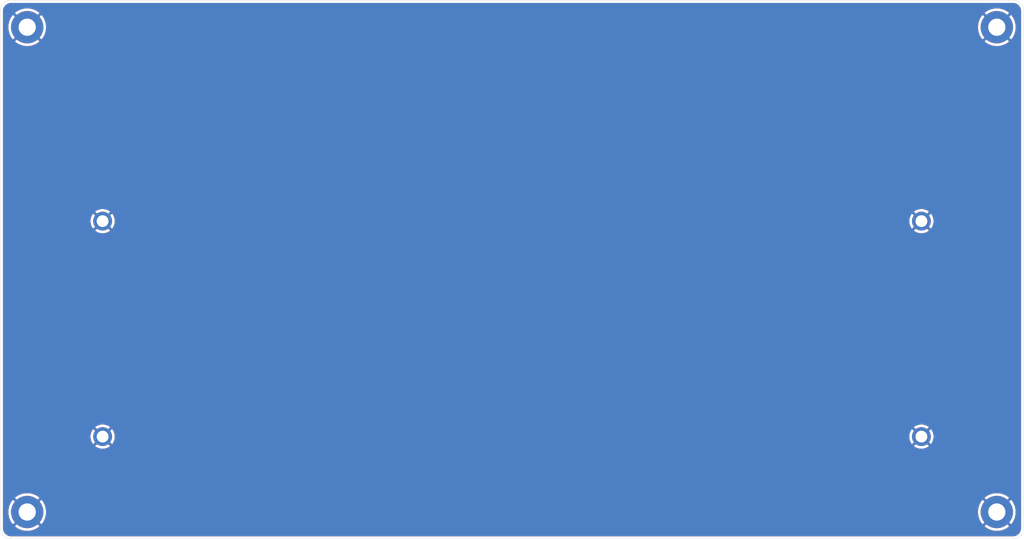
<source format=kicad_pcb>
(kicad_pcb (version 20240108) (generator "pcbnew") (generator_version "8.0")
  (layers (0 "F.Cu" signal) (31 "B.Cu" signal) (34 "B.Paste" user) (35 "F.Paste" user) (36 "B.SilkS" user "B.Silkscreen") (37 "F.SilkS" user "F.Silkscreen") (38 "B.Mask" user) (39 "F.Mask" user) (44 "Edge.Cuts" user))
  (net 0 "")
  (net 1 "GND")
  (footprint "PCM_SL_Mechanical:MountingHole_3.2mm_Pad" (layer "F.Cu") (at 74.5 121.2)
    (property "Reference" "H2" (hide yes))
    (property "Value" "MountingHole_M3_3.2mm_Pad" (hide yes))
    (pad "1" thru_hole circle (at 0 0) (size 6 6) (drill 3.2) (layers "*.Cu" "*.Mask") (net 1 "GND"))
  )
  (footprint "MountingHole:MountingHole_2.2mm_M2_ISO7380_Pad" (layer "F.Cu") (at 88.5 197.2)
    (property "Reference" "H6" (hide yes))
    (property "Value" "MountingHole_Pad" (hide yes))
    (pad "1" thru_hole circle (at 0 0) (size 3.5 3.5) (drill 2.2) (layers "*.Cu" "*.Mask") (net 1 "GND"))
  )
  (footprint "MountingHole:MountingHole_2.2mm_M2_ISO7380_Pad" (layer "F.Cu") (at 88.5 157.2)
    (property "Reference" "H7" (hide yes))
    (property "Value" "MountingHole_Pad" (hide yes))
    (pad "1" thru_hole circle (at 0 0) (size 3.5 3.5) (drill 2.2) (layers "*.Cu" "*.Mask") (net 1 "GND"))
  )
  (footprint "PCM_SL_Mechanical:MountingHole_3.2mm_Pad" (layer "F.Cu") (at 74.5 211.2)
    (property "Reference" "H1" (hide yes))
    (property "Value" "MountingHole_M3_3.2mm_Pad" (hide yes))
    (pad "1" thru_hole circle (at 0 0) (size 6 6) (drill 3.2) (layers "*.Cu" "*.Mask") (net 1 "GND"))
  )
  (footprint "PCM_SL_Mechanical:MountingHole_3.2mm_Pad" (layer "F.Cu") (at 254.5 211.2)
    (property "Reference" "H4" (hide yes))
    (property "Value" "MountingHole_M3_3.2mm_Pad" (hide yes))
    (pad "1" thru_hole circle (at 0 0) (size 6 6) (drill 3.2) (layers "*.Cu" "*.Mask") (net 1 "GND"))
  )
  (footprint "MountingHole:MountingHole_2.2mm_M2_ISO7380_Pad" (layer "F.Cu") (at 240.5 197.2)
    (property "Reference" "H5" (hide yes))
    (property "Value" "MountingHole_Pad" (hide yes))
    (pad "1" thru_hole circle (at 0 0) (size 3.5 3.5) (drill 2.2) (layers "*.Cu" "*.Mask") (net 1 "GND"))
  )
  (footprint "MountingHole:MountingHole_2.2mm_M2_ISO7380_Pad" (layer "F.Cu") (at 240.5 157.2)
    (property "Reference" "H8" (hide yes))
    (property "Value" "MountingHole_Pad" (hide yes))
    (pad "1" thru_hole circle (at 0 0) (size 3.5 3.5) (drill 2.2) (layers "*.Cu" "*.Mask") (net 1 "GND"))
  )
  (footprint "PCM_SL_Mechanical:MountingHole_3.2mm_Pad" (layer "F.Cu") (at 254.5 121.2)
    (property "Reference" "H3" (hide yes))
    (property "Value" "MountingHole_M3_3.2mm_Pad" (hide yes))
    (pad "1" thru_hole circle (at 0 0) (size 6 6) (drill 3.2) (layers "*.Cu" "*.Mask") (net 1 "GND"))
  )
  (gr_line (start 257.5 116.2) (end 71.5 116.2) (stroke (width 0.05)) (layer "Edge.Cuts"))
  (gr_line (start 69.5 118.2) (end 69.5 214.2) (stroke (width 0.05)) (layer "Edge.Cuts"))
  (gr_line (start 71.5 216.2) (end 257.5 216.2) (stroke (width 0.05)) (layer "Edge.Cuts"))
  (gr_arc (start 259.5 214.2) (mid 258.914214 215.614214) (end 257.5 216.2) (stroke (width 0.05)) (layer "Edge.Cuts"))
  (gr_arc (start 71.5 216.2) (mid 70.085786 215.614214) (end 69.5 214.2) (stroke (width 0.05)) (layer "Edge.Cuts"))
  (gr_arc (start 257.5 116.2) (mid 258.914214 116.785786) (end 259.5 118.2) (stroke (width 0.05)) (layer "Edge.Cuts"))
  (gr_arc (start 69.5 118.2) (mid 70.085786 116.785786) (end 71.5 116.2) (stroke (width 0.05)) (layer "Edge.Cuts"))
  (gr_line (start 259.5 214.2) (end 259.5 118.2) (stroke (width 0.05)) (layer "Edge.Cuts"))
  (zone (net 1) (net_name "GND") (layers "F&B.Cu") (connect_pads (clearance 0.5)) (min_thickness 0.25) (fill yes (thermal_gap 0.5) (thermal_bridge_width 0.5))
    (polygon (pts (xy 259.5 216.2) (xy 259.5 116.2) (xy 69.5 116.2) (xy 69.5 216.2)))
  )
)
</source>
